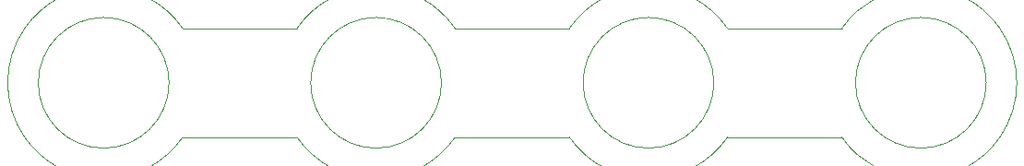
<source format=gm1>
G04 #@! TF.GenerationSoftware,KiCad,Pcbnew,(5.1.5-0-10_14)*
G04 #@! TF.CreationDate,2019-12-20T13:26:01+08:00*
G04 #@! TF.ProjectId,tube-offset-2,74756265-2d6f-4666-9673-65742d322e6b,rev?*
G04 #@! TF.SameCoordinates,Original*
G04 #@! TF.FileFunction,Profile,NP*
%FSLAX46Y46*%
G04 Gerber Fmt 4.6, Leading zero omitted, Abs format (unit mm)*
G04 Created by KiCad (PCBNEW (5.1.5-0-10_14)) date 2019-12-20 13:26:01*
%MOMM*%
%LPD*%
G04 APERTURE LIST*
%ADD10C,0.050000*%
G04 APERTURE END LIST*
D10*
X143500000Y-105000000D02*
G75*
G03X143500000Y-105000000I-6000000J0D01*
G01*
X155250001Y-109999999D02*
X144749999Y-109999999D01*
X144749999Y-100000001D02*
X155250001Y-100000001D01*
X130250001Y-100000001D02*
X119749999Y-100000001D01*
X119749999Y-109999999D02*
X130250001Y-109999999D01*
X180250001Y-109999999D02*
X169749999Y-109999999D01*
X180250001Y-100000001D02*
X169749999Y-100000001D01*
X194749998Y-100000001D02*
G75*
G02X194749998Y-109999998I-7249998J-4999999D01*
G01*
X105250002Y-109999999D02*
G75*
G02X105250002Y-100000002I7249998J4999999D01*
G01*
X194749999Y-109999999D02*
G75*
G02X180250001Y-109999999I-7249999J4999999D01*
G01*
X180250001Y-100000001D02*
G75*
G02X194749999Y-100000001I7249999J-4999999D01*
G01*
X169749999Y-109999999D02*
G75*
G02X155250001Y-109999999I-7249999J4999999D01*
G01*
X155250001Y-100000001D02*
G75*
G02X169749999Y-100000001I7249999J-4999999D01*
G01*
X130250001Y-100000001D02*
G75*
G02X144749999Y-100000001I7249999J-4999999D01*
G01*
X144749999Y-109999999D02*
G75*
G02X130250001Y-109999999I-7249999J4999999D01*
G01*
X119749999Y-109999999D02*
G75*
G02X105250001Y-109999999I-7249999J4999999D01*
G01*
X105250001Y-100000001D02*
G75*
G02X119749999Y-100000001I7249999J-4999999D01*
G01*
X193500000Y-105000000D02*
G75*
G03X193500000Y-105000000I-6000000J0D01*
G01*
X168500000Y-105000000D02*
G75*
G03X168500000Y-105000000I-6000000J0D01*
G01*
X118500000Y-105000000D02*
G75*
G03X118500000Y-105000000I-6000000J0D01*
G01*
M02*

</source>
